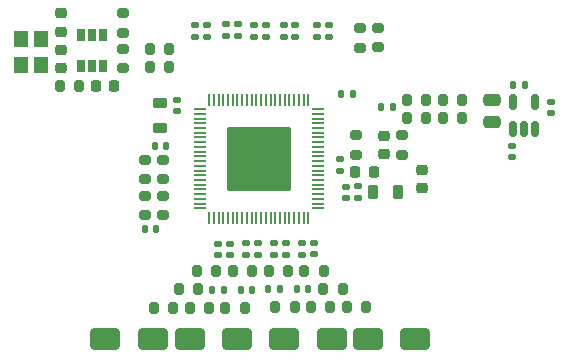
<source format=gtp>
G04 #@! TF.GenerationSoftware,KiCad,Pcbnew,8.0.0-rc1*
G04 #@! TF.CreationDate,2025-03-14T12:06:18+03:00*
G04 #@! TF.ProjectId,Movita_IO_Expansion_Board_V2.0,4d6f7669-7461-45f4-994f-5f457870616e,REV1*
G04 #@! TF.SameCoordinates,Original*
G04 #@! TF.FileFunction,Paste,Top*
G04 #@! TF.FilePolarity,Positive*
%FSLAX46Y46*%
G04 Gerber Fmt 4.6, Leading zero omitted, Abs format (unit mm)*
G04 Created by KiCad (PCBNEW 8.0.0-rc1) date 2025-03-14 12:06:18*
%MOMM*%
%LPD*%
G01*
G04 APERTURE LIST*
G04 Aperture macros list*
%AMRoundRect*
0 Rectangle with rounded corners*
0 $1 Rounding radius*
0 $2 $3 $4 $5 $6 $7 $8 $9 X,Y pos of 4 corners*
0 Add a 4 corners polygon primitive as box body*
4,1,4,$2,$3,$4,$5,$6,$7,$8,$9,$2,$3,0*
0 Add four circle primitives for the rounded corners*
1,1,$1+$1,$2,$3*
1,1,$1+$1,$4,$5*
1,1,$1+$1,$6,$7*
1,1,$1+$1,$8,$9*
0 Add four rect primitives between the rounded corners*
20,1,$1+$1,$2,$3,$4,$5,0*
20,1,$1+$1,$4,$5,$6,$7,0*
20,1,$1+$1,$6,$7,$8,$9,0*
20,1,$1+$1,$8,$9,$2,$3,0*%
G04 Aperture macros list end*
%ADD10R,0.200000X1.000000*%
%ADD11R,1.000000X0.200000*%
%ADD12RoundRect,0.000000X2.650000X2.650000X-2.650000X2.650000X-2.650000X-2.650000X2.650000X-2.650000X0*%
%ADD13RoundRect,0.140000X0.140000X0.170000X-0.140000X0.170000X-0.140000X-0.170000X0.140000X-0.170000X0*%
%ADD14RoundRect,0.250000X-1.000000X-0.650000X1.000000X-0.650000X1.000000X0.650000X-1.000000X0.650000X0*%
%ADD15RoundRect,0.200000X0.200000X0.275000X-0.200000X0.275000X-0.200000X-0.275000X0.200000X-0.275000X0*%
%ADD16RoundRect,0.200000X-0.200000X-0.275000X0.200000X-0.275000X0.200000X0.275000X-0.200000X0.275000X0*%
%ADD17RoundRect,0.250000X1.000000X0.650000X-1.000000X0.650000X-1.000000X-0.650000X1.000000X-0.650000X0*%
%ADD18RoundRect,0.140000X-0.170000X0.140000X-0.170000X-0.140000X0.170000X-0.140000X0.170000X0.140000X0*%
%ADD19RoundRect,0.218750X0.218750X0.256250X-0.218750X0.256250X-0.218750X-0.256250X0.218750X-0.256250X0*%
%ADD20RoundRect,0.135000X-0.185000X0.135000X-0.185000X-0.135000X0.185000X-0.135000X0.185000X0.135000X0*%
%ADD21RoundRect,0.147500X-0.147500X-0.172500X0.147500X-0.172500X0.147500X0.172500X-0.147500X0.172500X0*%
%ADD22R,0.650000X1.125000*%
%ADD23RoundRect,0.225000X0.250000X-0.225000X0.250000X0.225000X-0.250000X0.225000X-0.250000X-0.225000X0*%
%ADD24RoundRect,0.200000X0.275000X-0.200000X0.275000X0.200000X-0.275000X0.200000X-0.275000X-0.200000X0*%
%ADD25RoundRect,0.200000X-0.275000X0.200000X-0.275000X-0.200000X0.275000X-0.200000X0.275000X0.200000X0*%
%ADD26RoundRect,0.140000X-0.140000X-0.170000X0.140000X-0.170000X0.140000X0.170000X-0.140000X0.170000X0*%
%ADD27R,1.200000X1.400000*%
%ADD28RoundRect,0.147500X0.147500X0.172500X-0.147500X0.172500X-0.147500X-0.172500X0.147500X-0.172500X0*%
%ADD29RoundRect,0.225000X-0.225000X-0.250000X0.225000X-0.250000X0.225000X0.250000X-0.225000X0.250000X0*%
%ADD30RoundRect,0.218750X0.218750X0.381250X-0.218750X0.381250X-0.218750X-0.381250X0.218750X-0.381250X0*%
%ADD31RoundRect,0.225000X-0.250000X0.225000X-0.250000X-0.225000X0.250000X-0.225000X0.250000X0.225000X0*%
%ADD32RoundRect,0.218750X0.381250X-0.218750X0.381250X0.218750X-0.381250X0.218750X-0.381250X-0.218750X0*%
%ADD33RoundRect,0.250000X-0.475000X0.250000X-0.475000X-0.250000X0.475000X-0.250000X0.475000X0.250000X0*%
%ADD34RoundRect,0.135000X0.185000X-0.135000X0.185000X0.135000X-0.185000X0.135000X-0.185000X-0.135000X0*%
%ADD35RoundRect,0.150000X0.150000X-0.512500X0.150000X0.512500X-0.150000X0.512500X-0.150000X-0.512500X0*%
G04 APERTURE END LIST*
D10*
X115440100Y-75279990D03*
X115839890Y-75279990D03*
X116239940Y-75279990D03*
X116639990Y-75279990D03*
X117040040Y-75279990D03*
X117440090Y-75279990D03*
X117839890Y-75279990D03*
X118239940Y-75279990D03*
X118639990Y-75279990D03*
X119040040Y-75279990D03*
X119440090Y-75279990D03*
X119839880Y-75279990D03*
X120239930Y-75279990D03*
X120639980Y-75279990D03*
X121040030Y-75279990D03*
X121440080Y-75279990D03*
X121839880Y-75279990D03*
X122239930Y-75279990D03*
X122639980Y-75279990D03*
X123040030Y-75279990D03*
X123440080Y-75279990D03*
X123839880Y-75279990D03*
D11*
X124639990Y-74479880D03*
X124639990Y-74080080D03*
X124639990Y-73680030D03*
X124639990Y-73279980D03*
X124639990Y-72879930D03*
X124639990Y-72479880D03*
X124639990Y-72080080D03*
X124639990Y-71680030D03*
X124639990Y-71279980D03*
X124639990Y-70879930D03*
X124639990Y-70479880D03*
X124639990Y-70080090D03*
X124639990Y-69680040D03*
X124639990Y-69279990D03*
X124639990Y-68879940D03*
X124639990Y-68479890D03*
X124639990Y-68080090D03*
X124639990Y-67680040D03*
X124639990Y-67279990D03*
X124639990Y-66879940D03*
X124639990Y-66479890D03*
X124639990Y-66080100D03*
D10*
X123839880Y-65279980D03*
X123440080Y-65279980D03*
X123040030Y-65279980D03*
X122639980Y-65279980D03*
X122239930Y-65279980D03*
X121839880Y-65279980D03*
X121440080Y-65279980D03*
X121040030Y-65279980D03*
X120639980Y-65279980D03*
X120239930Y-65279980D03*
X119839880Y-65279980D03*
X119440090Y-65279980D03*
X119040040Y-65279980D03*
X118639990Y-65279980D03*
X118239940Y-65279980D03*
X117839890Y-65279980D03*
X117440090Y-65279980D03*
X117040040Y-65279980D03*
X116639990Y-65279980D03*
X116239940Y-65279980D03*
X115839890Y-65279980D03*
X115440100Y-65279980D03*
D11*
X114639990Y-66080100D03*
X114639990Y-66479890D03*
X114639990Y-66879940D03*
X114639990Y-67279990D03*
X114639990Y-67680040D03*
X114639990Y-68080090D03*
X114639990Y-68479890D03*
X114639990Y-68879940D03*
X114639990Y-69279990D03*
X114639990Y-69680040D03*
X114639990Y-70080090D03*
X114639990Y-70479880D03*
X114639990Y-70879930D03*
X114639990Y-71279980D03*
X114639990Y-71680030D03*
X114639990Y-72080080D03*
X114639990Y-72479880D03*
X114639990Y-72879930D03*
X114639990Y-73279980D03*
X114639990Y-73680030D03*
X114639990Y-74080080D03*
X114639990Y-74479880D03*
D12*
X119639990Y-70279990D03*
D13*
X127579990Y-64799990D03*
X126619990Y-64799990D03*
D14*
X121812500Y-85530000D03*
X125812500Y-85530000D03*
D15*
X133815000Y-65300000D03*
X132165000Y-65300000D03*
D16*
X110395000Y-60980000D03*
X112045000Y-60980000D03*
D17*
X117810000Y-85520000D03*
X113810000Y-85520000D03*
D18*
X117180000Y-77470000D03*
X117180000Y-78430000D03*
D19*
X129367490Y-71399990D03*
X127792490Y-71399990D03*
D15*
X122670000Y-82850000D03*
X121020000Y-82850000D03*
D20*
X115259990Y-58929990D03*
X115259990Y-59949990D03*
D15*
X126755000Y-81330000D03*
X125105000Y-81330000D03*
D21*
X122862500Y-81340000D03*
X123832500Y-81340000D03*
D22*
X106485000Y-59821000D03*
X105535000Y-59821000D03*
X104585000Y-59821000D03*
X104585000Y-62445000D03*
X105535000Y-62445000D03*
X106485000Y-62445000D03*
D20*
X117849990Y-58909990D03*
X117849990Y-59929990D03*
D18*
X124310000Y-77420000D03*
X124310000Y-78380000D03*
D15*
X112050000Y-62510000D03*
X110400000Y-62510000D03*
D18*
X128059990Y-72629990D03*
X128059990Y-73589990D03*
D16*
X124030000Y-82850000D03*
X125680000Y-82850000D03*
D23*
X102860000Y-59530000D03*
X102860000Y-57980000D03*
D24*
X108175000Y-59600000D03*
X108175000Y-57950000D03*
D25*
X110010000Y-73420000D03*
X110010000Y-75070000D03*
D18*
X112680000Y-65280000D03*
X112680000Y-66240000D03*
D20*
X114229990Y-58929990D03*
X114229990Y-59949990D03*
D24*
X111530000Y-75070000D03*
X111530000Y-73420000D03*
D26*
X141190000Y-64020000D03*
X142150000Y-64020000D03*
D18*
X141103927Y-69165884D03*
X141103927Y-70125884D03*
X119560000Y-77450000D03*
X119560000Y-78410000D03*
D27*
X101180000Y-62305000D03*
X101180000Y-60105000D03*
X99480000Y-60105000D03*
X99480000Y-62305000D03*
D21*
X118100000Y-81360000D03*
X119070000Y-81360000D03*
D25*
X111530000Y-70390000D03*
X111530000Y-72040000D03*
D15*
X136855000Y-65290000D03*
X135205000Y-65290000D03*
D28*
X116670000Y-81360000D03*
X115700000Y-81360000D03*
D23*
X130230000Y-69885000D03*
X130230000Y-68335000D03*
D16*
X116820000Y-82880000D03*
X118470000Y-82880000D03*
D15*
X119085000Y-79810000D03*
X117435000Y-79810000D03*
D14*
X106660000Y-85520000D03*
X110660000Y-85520000D03*
D25*
X128209990Y-59229990D03*
X128209990Y-60879990D03*
D15*
X133825000Y-66830000D03*
X132175000Y-66830000D03*
D20*
X121749990Y-58959990D03*
X121749990Y-59979990D03*
D18*
X121950000Y-77440000D03*
X121950000Y-78400000D03*
D16*
X127095000Y-82860000D03*
X128745000Y-82860000D03*
D15*
X122120000Y-79810000D03*
X120470000Y-79810000D03*
D29*
X105865000Y-64110000D03*
X107415000Y-64110000D03*
D25*
X129749990Y-59209990D03*
X129749990Y-60859990D03*
D30*
X131402490Y-73069990D03*
X129277490Y-73069990D03*
D13*
X130990000Y-65940000D03*
X130030000Y-65940000D03*
D31*
X102870000Y-61035000D03*
X102870000Y-62585000D03*
D15*
X116055000Y-79810000D03*
X114405000Y-79810000D03*
D24*
X108165000Y-62620000D03*
X108165000Y-60970000D03*
D32*
X111310000Y-67667500D03*
X111310000Y-65542500D03*
D16*
X102785000Y-64110000D03*
X104435000Y-64110000D03*
D15*
X136865000Y-66830000D03*
X135215000Y-66830000D03*
D24*
X131770000Y-69925000D03*
X131770000Y-68275000D03*
D20*
X116849990Y-58909990D03*
X116849990Y-59929990D03*
D26*
X110870000Y-69210000D03*
X111830000Y-69210000D03*
D20*
X125579990Y-58969990D03*
X125579990Y-59989990D03*
D18*
X116200000Y-77470000D03*
X116200000Y-78430000D03*
D15*
X125140000Y-79810000D03*
X123490000Y-79810000D03*
X115440000Y-82880000D03*
X113790000Y-82880000D03*
D31*
X133439990Y-71194990D03*
X133439990Y-72744990D03*
D18*
X144380000Y-65460000D03*
X144380000Y-66420000D03*
X127039990Y-72639990D03*
X127039990Y-73599990D03*
D20*
X119269990Y-58924990D03*
X119269990Y-59944990D03*
D18*
X118580000Y-77450000D03*
X118580000Y-78410000D03*
D33*
X139353927Y-65285884D03*
X139353927Y-67185884D03*
D34*
X123300000Y-78420000D03*
X123300000Y-77400000D03*
D26*
X110009990Y-76259990D03*
X110969990Y-76259990D03*
D16*
X112875000Y-81350000D03*
X114525000Y-81350000D03*
D24*
X127849990Y-69944990D03*
X127849990Y-68294990D03*
D20*
X120269990Y-58919990D03*
X120269990Y-59939990D03*
D35*
X141163927Y-67739634D03*
X142113927Y-67739634D03*
X143063927Y-67739634D03*
X143063927Y-65464634D03*
X141163927Y-65464634D03*
D17*
X132910000Y-85530000D03*
X128910000Y-85530000D03*
D20*
X122749990Y-58959990D03*
X122749990Y-59979990D03*
X124579990Y-58969990D03*
X124579990Y-59989990D03*
D18*
X120960000Y-77440000D03*
X120960000Y-78400000D03*
D15*
X112400000Y-82880000D03*
X110750000Y-82880000D03*
D24*
X110000000Y-72040000D03*
X110000000Y-70390000D03*
D28*
X121427500Y-81340000D03*
X120457500Y-81340000D03*
D18*
X126549990Y-70319990D03*
X126549990Y-71279990D03*
M02*

</source>
